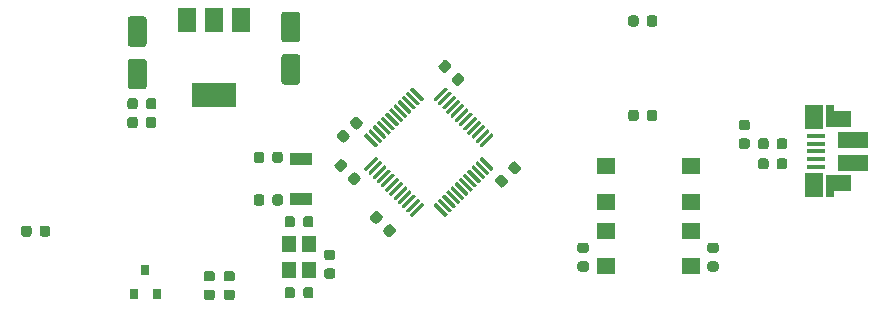
<source format=gbr>
%TF.GenerationSoftware,KiCad,Pcbnew,(5.1.6)-1*%
%TF.CreationDate,2021-01-27T20:14:57-06:00*%
%TF.ProjectId,nix-pill-v1,6e69782d-7069-46c6-9c2d-76312e6b6963,rev?*%
%TF.SameCoordinates,Original*%
%TF.FileFunction,Paste,Top*%
%TF.FilePolarity,Positive*%
%FSLAX46Y46*%
G04 Gerber Fmt 4.6, Leading zero omitted, Abs format (unit mm)*
G04 Created by KiCad (PCBNEW (5.1.6)-1) date 2021-01-27 20:14:57*
%MOMM*%
%LPD*%
G01*
G04 APERTURE LIST*
%ADD10R,0.800000X0.900000*%
%ADD11R,2.000000X1.350000*%
%ADD12R,0.700000X1.825000*%
%ADD13R,1.500000X2.000000*%
%ADD14R,1.650000X0.400000*%
%ADD15R,2.500000X1.430000*%
%ADD16R,1.600000X1.400000*%
%ADD17R,3.800000X2.000000*%
%ADD18R,1.900000X1.100000*%
%ADD19R,1.200000X1.400000*%
G04 APERTURE END LIST*
%TO.C,C1*%
G36*
G01*
X105425000Y-123943750D02*
X105425000Y-124456250D01*
G75*
G02*
X105206250Y-124675000I-218750J0D01*
G01*
X104768750Y-124675000D01*
G75*
G02*
X104550000Y-124456250I0J218750D01*
G01*
X104550000Y-123943750D01*
G75*
G02*
X104768750Y-123725000I218750J0D01*
G01*
X105206250Y-123725000D01*
G75*
G02*
X105425000Y-123943750I0J-218750D01*
G01*
G37*
G36*
G01*
X103850000Y-123943750D02*
X103850000Y-124456250D01*
G75*
G02*
X103631250Y-124675000I-218750J0D01*
G01*
X103193750Y-124675000D01*
G75*
G02*
X102975000Y-124456250I0J218750D01*
G01*
X102975000Y-123943750D01*
G75*
G02*
X103193750Y-123725000I218750J0D01*
G01*
X103631250Y-123725000D01*
G75*
G02*
X103850000Y-123943750I0J-218750D01*
G01*
G37*
%TD*%
%TO.C,C2*%
G36*
G01*
X125125000Y-117693750D02*
X125125000Y-118206250D01*
G75*
G02*
X124906250Y-118425000I-218750J0D01*
G01*
X124468750Y-118425000D01*
G75*
G02*
X124250000Y-118206250I0J218750D01*
G01*
X124250000Y-117693750D01*
G75*
G02*
X124468750Y-117475000I218750J0D01*
G01*
X124906250Y-117475000D01*
G75*
G02*
X125125000Y-117693750I0J-218750D01*
G01*
G37*
G36*
G01*
X123550000Y-117693750D02*
X123550000Y-118206250D01*
G75*
G02*
X123331250Y-118425000I-218750J0D01*
G01*
X122893750Y-118425000D01*
G75*
G02*
X122675000Y-118206250I0J218750D01*
G01*
X122675000Y-117693750D01*
G75*
G02*
X122893750Y-117475000I218750J0D01*
G01*
X123331250Y-117475000D01*
G75*
G02*
X123550000Y-117693750I0J-218750D01*
G01*
G37*
%TD*%
%TO.C,C3*%
G36*
G01*
X126850000Y-123656250D02*
X126850000Y-123143750D01*
G75*
G02*
X127068750Y-122925000I218750J0D01*
G01*
X127506250Y-122925000D01*
G75*
G02*
X127725000Y-123143750I0J-218750D01*
G01*
X127725000Y-123656250D01*
G75*
G02*
X127506250Y-123875000I-218750J0D01*
G01*
X127068750Y-123875000D01*
G75*
G02*
X126850000Y-123656250I0J218750D01*
G01*
G37*
G36*
G01*
X125275000Y-123656250D02*
X125275000Y-123143750D01*
G75*
G02*
X125493750Y-122925000I218750J0D01*
G01*
X125931250Y-122925000D01*
G75*
G02*
X126150000Y-123143750I0J-218750D01*
G01*
X126150000Y-123656250D01*
G75*
G02*
X125931250Y-123875000I-218750J0D01*
G01*
X125493750Y-123875000D01*
G75*
G02*
X125275000Y-123656250I0J218750D01*
G01*
G37*
%TD*%
%TO.C,C4*%
G36*
G01*
X161806250Y-126050000D02*
X161293750Y-126050000D01*
G75*
G02*
X161075000Y-125831250I0J218750D01*
G01*
X161075000Y-125393750D01*
G75*
G02*
X161293750Y-125175000I218750J0D01*
G01*
X161806250Y-125175000D01*
G75*
G02*
X162025000Y-125393750I0J-218750D01*
G01*
X162025000Y-125831250D01*
G75*
G02*
X161806250Y-126050000I-218750J0D01*
G01*
G37*
G36*
G01*
X161806250Y-127625000D02*
X161293750Y-127625000D01*
G75*
G02*
X161075000Y-127406250I0J218750D01*
G01*
X161075000Y-126968750D01*
G75*
G02*
X161293750Y-126750000I218750J0D01*
G01*
X161806250Y-126750000D01*
G75*
G02*
X162025000Y-126968750I0J-218750D01*
G01*
X162025000Y-127406250D01*
G75*
G02*
X161806250Y-127625000I-218750J0D01*
G01*
G37*
%TD*%
%TO.C,C5*%
G36*
G01*
X125125000Y-121293750D02*
X125125000Y-121806250D01*
G75*
G02*
X124906250Y-122025000I-218750J0D01*
G01*
X124468750Y-122025000D01*
G75*
G02*
X124250000Y-121806250I0J218750D01*
G01*
X124250000Y-121293750D01*
G75*
G02*
X124468750Y-121075000I218750J0D01*
G01*
X124906250Y-121075000D01*
G75*
G02*
X125125000Y-121293750I0J-218750D01*
G01*
G37*
G36*
G01*
X123550000Y-121293750D02*
X123550000Y-121806250D01*
G75*
G02*
X123331250Y-122025000I-218750J0D01*
G01*
X122893750Y-122025000D01*
G75*
G02*
X122675000Y-121806250I0J218750D01*
G01*
X122675000Y-121293750D01*
G75*
G02*
X122893750Y-121075000I218750J0D01*
G01*
X123331250Y-121075000D01*
G75*
G02*
X123550000Y-121293750I0J-218750D01*
G01*
G37*
%TD*%
%TO.C,C6*%
G36*
G01*
X126150000Y-129143750D02*
X126150000Y-129656250D01*
G75*
G02*
X125931250Y-129875000I-218750J0D01*
G01*
X125493750Y-129875000D01*
G75*
G02*
X125275000Y-129656250I0J218750D01*
G01*
X125275000Y-129143750D01*
G75*
G02*
X125493750Y-128925000I218750J0D01*
G01*
X125931250Y-128925000D01*
G75*
G02*
X126150000Y-129143750I0J-218750D01*
G01*
G37*
G36*
G01*
X127725000Y-129143750D02*
X127725000Y-129656250D01*
G75*
G02*
X127506250Y-129875000I-218750J0D01*
G01*
X127068750Y-129875000D01*
G75*
G02*
X126850000Y-129656250I0J218750D01*
G01*
X126850000Y-129143750D01*
G75*
G02*
X127068750Y-128925000I218750J0D01*
G01*
X127506250Y-128925000D01*
G75*
G02*
X127725000Y-129143750I0J-218750D01*
G01*
G37*
%TD*%
%TO.C,C7*%
G36*
G01*
X112250000Y-106000000D02*
X113350000Y-106000000D01*
G75*
G02*
X113600000Y-106250000I0J-250000D01*
G01*
X113600000Y-108350000D01*
G75*
G02*
X113350000Y-108600000I-250000J0D01*
G01*
X112250000Y-108600000D01*
G75*
G02*
X112000000Y-108350000I0J250000D01*
G01*
X112000000Y-106250000D01*
G75*
G02*
X112250000Y-106000000I250000J0D01*
G01*
G37*
G36*
G01*
X112250000Y-109600000D02*
X113350000Y-109600000D01*
G75*
G02*
X113600000Y-109850000I0J-250000D01*
G01*
X113600000Y-111950000D01*
G75*
G02*
X113350000Y-112200000I-250000J0D01*
G01*
X112250000Y-112200000D01*
G75*
G02*
X112000000Y-111950000I0J250000D01*
G01*
X112000000Y-109850000D01*
G75*
G02*
X112250000Y-109600000I250000J0D01*
G01*
G37*
%TD*%
%TO.C,C8*%
G36*
G01*
X131647402Y-119885010D02*
X131285010Y-120247403D01*
G75*
G02*
X130975650Y-120247403I-154680J154680D01*
G01*
X130666291Y-119938044D01*
G75*
G02*
X130666291Y-119628684I154680J154680D01*
G01*
X131028684Y-119266291D01*
G75*
G02*
X131338044Y-119266291I154680J-154680D01*
G01*
X131647403Y-119575650D01*
G75*
G02*
X131647403Y-119885010I-154680J-154680D01*
G01*
G37*
G36*
G01*
X130533708Y-118771316D02*
X130171316Y-119133709D01*
G75*
G02*
X129861956Y-119133709I-154680J154680D01*
G01*
X129552597Y-118824350D01*
G75*
G02*
X129552597Y-118514990I154680J154680D01*
G01*
X129914990Y-118152597D01*
G75*
G02*
X130224350Y-118152597I154680J-154680D01*
G01*
X130533709Y-118461956D01*
G75*
G02*
X130533709Y-118771316I-154680J-154680D01*
G01*
G37*
%TD*%
%TO.C,C9*%
G36*
G01*
X126350000Y-108200000D02*
X125250000Y-108200000D01*
G75*
G02*
X125000000Y-107950000I0J250000D01*
G01*
X125000000Y-105850000D01*
G75*
G02*
X125250000Y-105600000I250000J0D01*
G01*
X126350000Y-105600000D01*
G75*
G02*
X126600000Y-105850000I0J-250000D01*
G01*
X126600000Y-107950000D01*
G75*
G02*
X126350000Y-108200000I-250000J0D01*
G01*
G37*
G36*
G01*
X126350000Y-111800000D02*
X125250000Y-111800000D01*
G75*
G02*
X125000000Y-111550000I0J250000D01*
G01*
X125000000Y-109450000D01*
G75*
G02*
X125250000Y-109200000I250000J0D01*
G01*
X126350000Y-109200000D01*
G75*
G02*
X126600000Y-109450000I0J-250000D01*
G01*
X126600000Y-111550000D01*
G75*
G02*
X126350000Y-111800000I-250000J0D01*
G01*
G37*
%TD*%
%TO.C,C10*%
G36*
G01*
X131228684Y-115533708D02*
X130866291Y-115171316D01*
G75*
G02*
X130866291Y-114861956I154680J154680D01*
G01*
X131175650Y-114552597D01*
G75*
G02*
X131485010Y-114552597I154680J-154680D01*
G01*
X131847403Y-114914990D01*
G75*
G02*
X131847403Y-115224350I-154680J-154680D01*
G01*
X131538044Y-115533709D01*
G75*
G02*
X131228684Y-115533709I-154680J154680D01*
G01*
G37*
G36*
G01*
X130114990Y-116647402D02*
X129752597Y-116285010D01*
G75*
G02*
X129752597Y-115975650I154680J154680D01*
G01*
X130061956Y-115666291D01*
G75*
G02*
X130371316Y-115666291I154680J-154680D01*
G01*
X130733709Y-116028684D01*
G75*
G02*
X130733709Y-116338044I-154680J-154680D01*
G01*
X130424350Y-116647403D01*
G75*
G02*
X130114990Y-116647403I-154680J154680D01*
G01*
G37*
%TD*%
%TO.C,C11*%
G36*
G01*
X134647402Y-124285010D02*
X134285010Y-124647403D01*
G75*
G02*
X133975650Y-124647403I-154680J154680D01*
G01*
X133666291Y-124338044D01*
G75*
G02*
X133666291Y-124028684I154680J154680D01*
G01*
X134028684Y-123666291D01*
G75*
G02*
X134338044Y-123666291I154680J-154680D01*
G01*
X134647403Y-123975650D01*
G75*
G02*
X134647403Y-124285010I-154680J-154680D01*
G01*
G37*
G36*
G01*
X133533708Y-123171316D02*
X133171316Y-123533709D01*
G75*
G02*
X132861956Y-123533709I-154680J154680D01*
G01*
X132552597Y-123224350D01*
G75*
G02*
X132552597Y-122914990I154680J154680D01*
G01*
X132914990Y-122552597D01*
G75*
G02*
X133224350Y-122552597I154680J-154680D01*
G01*
X133533709Y-122861956D01*
G75*
G02*
X133533709Y-123171316I-154680J-154680D01*
G01*
G37*
%TD*%
%TO.C,C12*%
G36*
G01*
X139466292Y-111228684D02*
X139828684Y-110866291D01*
G75*
G02*
X140138044Y-110866291I154680J-154680D01*
G01*
X140447403Y-111175650D01*
G75*
G02*
X140447403Y-111485010I-154680J-154680D01*
G01*
X140085010Y-111847403D01*
G75*
G02*
X139775650Y-111847403I-154680J154680D01*
G01*
X139466291Y-111538044D01*
G75*
G02*
X139466291Y-111228684I154680J154680D01*
G01*
G37*
G36*
G01*
X138352598Y-110114990D02*
X138714990Y-109752597D01*
G75*
G02*
X139024350Y-109752597I154680J-154680D01*
G01*
X139333709Y-110061956D01*
G75*
G02*
X139333709Y-110371316I-154680J-154680D01*
G01*
X138971316Y-110733709D01*
G75*
G02*
X138661956Y-110733709I-154680J154680D01*
G01*
X138352597Y-110424350D01*
G75*
G02*
X138352597Y-110114990I154680J154680D01*
G01*
G37*
%TD*%
%TO.C,C13*%
G36*
G01*
X144885010Y-118352598D02*
X145247403Y-118714990D01*
G75*
G02*
X145247403Y-119024350I-154680J-154680D01*
G01*
X144938044Y-119333709D01*
G75*
G02*
X144628684Y-119333709I-154680J154680D01*
G01*
X144266291Y-118971316D01*
G75*
G02*
X144266291Y-118661956I154680J154680D01*
G01*
X144575650Y-118352597D01*
G75*
G02*
X144885010Y-118352597I154680J-154680D01*
G01*
G37*
G36*
G01*
X143771316Y-119466292D02*
X144133709Y-119828684D01*
G75*
G02*
X144133709Y-120138044I-154680J-154680D01*
G01*
X143824350Y-120447403D01*
G75*
G02*
X143514990Y-120447403I-154680J154680D01*
G01*
X143152597Y-120085010D01*
G75*
G02*
X143152597Y-119775650I154680J154680D01*
G01*
X143461956Y-119466291D01*
G75*
G02*
X143771316Y-119466291I154680J-154680D01*
G01*
G37*
%TD*%
%TO.C,D1*%
G36*
G01*
X118643750Y-129150000D02*
X119156250Y-129150000D01*
G75*
G02*
X119375000Y-129368750I0J-218750D01*
G01*
X119375000Y-129806250D01*
G75*
G02*
X119156250Y-130025000I-218750J0D01*
G01*
X118643750Y-130025000D01*
G75*
G02*
X118425000Y-129806250I0J218750D01*
G01*
X118425000Y-129368750D01*
G75*
G02*
X118643750Y-129150000I218750J0D01*
G01*
G37*
G36*
G01*
X118643750Y-127575000D02*
X119156250Y-127575000D01*
G75*
G02*
X119375000Y-127793750I0J-218750D01*
G01*
X119375000Y-128231250D01*
G75*
G02*
X119156250Y-128450000I-218750J0D01*
G01*
X118643750Y-128450000D01*
G75*
G02*
X118425000Y-128231250I0J218750D01*
G01*
X118425000Y-127793750D01*
G75*
G02*
X118643750Y-127575000I218750J0D01*
G01*
G37*
%TD*%
%TO.C,D2*%
G36*
G01*
X111975000Y-115256250D02*
X111975000Y-114743750D01*
G75*
G02*
X112193750Y-114525000I218750J0D01*
G01*
X112631250Y-114525000D01*
G75*
G02*
X112850000Y-114743750I0J-218750D01*
G01*
X112850000Y-115256250D01*
G75*
G02*
X112631250Y-115475000I-218750J0D01*
G01*
X112193750Y-115475000D01*
G75*
G02*
X111975000Y-115256250I0J218750D01*
G01*
G37*
G36*
G01*
X113550000Y-115256250D02*
X113550000Y-114743750D01*
G75*
G02*
X113768750Y-114525000I218750J0D01*
G01*
X114206250Y-114525000D01*
G75*
G02*
X114425000Y-114743750I0J-218750D01*
G01*
X114425000Y-115256250D01*
G75*
G02*
X114206250Y-115475000I-218750J0D01*
G01*
X113768750Y-115475000D01*
G75*
G02*
X113550000Y-115256250I0J218750D01*
G01*
G37*
%TD*%
D10*
%TO.C,D3*%
X112550000Y-129500000D03*
X114450000Y-129500000D03*
X113500000Y-127500000D03*
%TD*%
D11*
%TO.C,J5*%
X172185000Y-114675000D03*
X172185000Y-120155000D03*
D12*
X171435000Y-120375000D03*
X171435000Y-114425000D03*
D13*
X170135000Y-120275000D03*
X170115000Y-114525000D03*
D14*
X170235000Y-118725000D03*
X170235000Y-118075000D03*
X170235000Y-117425000D03*
X170235000Y-116775000D03*
X170235000Y-116125000D03*
D15*
X173385000Y-118385000D03*
X173385000Y-116465000D03*
%TD*%
%TO.C,R1*%
G36*
G01*
X120343750Y-129150000D02*
X120856250Y-129150000D01*
G75*
G02*
X121075000Y-129368750I0J-218750D01*
G01*
X121075000Y-129806250D01*
G75*
G02*
X120856250Y-130025000I-218750J0D01*
G01*
X120343750Y-130025000D01*
G75*
G02*
X120125000Y-129806250I0J218750D01*
G01*
X120125000Y-129368750D01*
G75*
G02*
X120343750Y-129150000I218750J0D01*
G01*
G37*
G36*
G01*
X120343750Y-127575000D02*
X120856250Y-127575000D01*
G75*
G02*
X121075000Y-127793750I0J-218750D01*
G01*
X121075000Y-128231250D01*
G75*
G02*
X120856250Y-128450000I-218750J0D01*
G01*
X120343750Y-128450000D01*
G75*
G02*
X120125000Y-128231250I0J218750D01*
G01*
X120125000Y-127793750D01*
G75*
G02*
X120343750Y-127575000I218750J0D01*
G01*
G37*
%TD*%
%TO.C,R2*%
G36*
G01*
X111975000Y-113656250D02*
X111975000Y-113143750D01*
G75*
G02*
X112193750Y-112925000I218750J0D01*
G01*
X112631250Y-112925000D01*
G75*
G02*
X112850000Y-113143750I0J-218750D01*
G01*
X112850000Y-113656250D01*
G75*
G02*
X112631250Y-113875000I-218750J0D01*
G01*
X112193750Y-113875000D01*
G75*
G02*
X111975000Y-113656250I0J218750D01*
G01*
G37*
G36*
G01*
X113550000Y-113656250D02*
X113550000Y-113143750D01*
G75*
G02*
X113768750Y-112925000I218750J0D01*
G01*
X114206250Y-112925000D01*
G75*
G02*
X114425000Y-113143750I0J-218750D01*
G01*
X114425000Y-113656250D01*
G75*
G02*
X114206250Y-113875000I-218750J0D01*
G01*
X113768750Y-113875000D01*
G75*
G02*
X113550000Y-113656250I0J218750D01*
G01*
G37*
%TD*%
%TO.C,R3*%
G36*
G01*
X154375000Y-106656250D02*
X154375000Y-106143750D01*
G75*
G02*
X154593750Y-105925000I218750J0D01*
G01*
X155031250Y-105925000D01*
G75*
G02*
X155250000Y-106143750I0J-218750D01*
G01*
X155250000Y-106656250D01*
G75*
G02*
X155031250Y-106875000I-218750J0D01*
G01*
X154593750Y-106875000D01*
G75*
G02*
X154375000Y-106656250I0J218750D01*
G01*
G37*
G36*
G01*
X155950000Y-106656250D02*
X155950000Y-106143750D01*
G75*
G02*
X156168750Y-105925000I218750J0D01*
G01*
X156606250Y-105925000D01*
G75*
G02*
X156825000Y-106143750I0J-218750D01*
G01*
X156825000Y-106656250D01*
G75*
G02*
X156606250Y-106875000I-218750J0D01*
G01*
X156168750Y-106875000D01*
G75*
G02*
X155950000Y-106656250I0J218750D01*
G01*
G37*
%TD*%
%TO.C,R4*%
G36*
G01*
X155250000Y-114143750D02*
X155250000Y-114656250D01*
G75*
G02*
X155031250Y-114875000I-218750J0D01*
G01*
X154593750Y-114875000D01*
G75*
G02*
X154375000Y-114656250I0J218750D01*
G01*
X154375000Y-114143750D01*
G75*
G02*
X154593750Y-113925000I218750J0D01*
G01*
X155031250Y-113925000D01*
G75*
G02*
X155250000Y-114143750I0J-218750D01*
G01*
G37*
G36*
G01*
X156825000Y-114143750D02*
X156825000Y-114656250D01*
G75*
G02*
X156606250Y-114875000I-218750J0D01*
G01*
X156168750Y-114875000D01*
G75*
G02*
X155950000Y-114656250I0J218750D01*
G01*
X155950000Y-114143750D01*
G75*
G02*
X156168750Y-113925000I218750J0D01*
G01*
X156606250Y-113925000D01*
G75*
G02*
X156825000Y-114143750I0J-218750D01*
G01*
G37*
%TD*%
%TO.C,R5*%
G36*
G01*
X150293750Y-126750000D02*
X150806250Y-126750000D01*
G75*
G02*
X151025000Y-126968750I0J-218750D01*
G01*
X151025000Y-127406250D01*
G75*
G02*
X150806250Y-127625000I-218750J0D01*
G01*
X150293750Y-127625000D01*
G75*
G02*
X150075000Y-127406250I0J218750D01*
G01*
X150075000Y-126968750D01*
G75*
G02*
X150293750Y-126750000I218750J0D01*
G01*
G37*
G36*
G01*
X150293750Y-125175000D02*
X150806250Y-125175000D01*
G75*
G02*
X151025000Y-125393750I0J-218750D01*
G01*
X151025000Y-125831250D01*
G75*
G02*
X150806250Y-126050000I-218750J0D01*
G01*
X150293750Y-126050000D01*
G75*
G02*
X150075000Y-125831250I0J218750D01*
G01*
X150075000Y-125393750D01*
G75*
G02*
X150293750Y-125175000I218750J0D01*
G01*
G37*
%TD*%
%TO.C,R6*%
G36*
G01*
X166950000Y-117056250D02*
X166950000Y-116543750D01*
G75*
G02*
X167168750Y-116325000I218750J0D01*
G01*
X167606250Y-116325000D01*
G75*
G02*
X167825000Y-116543750I0J-218750D01*
G01*
X167825000Y-117056250D01*
G75*
G02*
X167606250Y-117275000I-218750J0D01*
G01*
X167168750Y-117275000D01*
G75*
G02*
X166950000Y-117056250I0J218750D01*
G01*
G37*
G36*
G01*
X165375000Y-117056250D02*
X165375000Y-116543750D01*
G75*
G02*
X165593750Y-116325000I218750J0D01*
G01*
X166031250Y-116325000D01*
G75*
G02*
X166250000Y-116543750I0J-218750D01*
G01*
X166250000Y-117056250D01*
G75*
G02*
X166031250Y-117275000I-218750J0D01*
G01*
X165593750Y-117275000D01*
G75*
G02*
X165375000Y-117056250I0J218750D01*
G01*
G37*
%TD*%
%TO.C,R7*%
G36*
G01*
X165375000Y-118756250D02*
X165375000Y-118243750D01*
G75*
G02*
X165593750Y-118025000I218750J0D01*
G01*
X166031250Y-118025000D01*
G75*
G02*
X166250000Y-118243750I0J-218750D01*
G01*
X166250000Y-118756250D01*
G75*
G02*
X166031250Y-118975000I-218750J0D01*
G01*
X165593750Y-118975000D01*
G75*
G02*
X165375000Y-118756250I0J218750D01*
G01*
G37*
G36*
G01*
X166950000Y-118756250D02*
X166950000Y-118243750D01*
G75*
G02*
X167168750Y-118025000I218750J0D01*
G01*
X167606250Y-118025000D01*
G75*
G02*
X167825000Y-118243750I0J-218750D01*
G01*
X167825000Y-118756250D01*
G75*
G02*
X167606250Y-118975000I-218750J0D01*
G01*
X167168750Y-118975000D01*
G75*
G02*
X166950000Y-118756250I0J218750D01*
G01*
G37*
%TD*%
%TO.C,R8*%
G36*
G01*
X163943750Y-114775000D02*
X164456250Y-114775000D01*
G75*
G02*
X164675000Y-114993750I0J-218750D01*
G01*
X164675000Y-115431250D01*
G75*
G02*
X164456250Y-115650000I-218750J0D01*
G01*
X163943750Y-115650000D01*
G75*
G02*
X163725000Y-115431250I0J218750D01*
G01*
X163725000Y-114993750D01*
G75*
G02*
X163943750Y-114775000I218750J0D01*
G01*
G37*
G36*
G01*
X163943750Y-116350000D02*
X164456250Y-116350000D01*
G75*
G02*
X164675000Y-116568750I0J-218750D01*
G01*
X164675000Y-117006250D01*
G75*
G02*
X164456250Y-117225000I-218750J0D01*
G01*
X163943750Y-117225000D01*
G75*
G02*
X163725000Y-117006250I0J218750D01*
G01*
X163725000Y-116568750D01*
G75*
G02*
X163943750Y-116350000I218750J0D01*
G01*
G37*
%TD*%
%TO.C,R9*%
G36*
G01*
X128843750Y-125775000D02*
X129356250Y-125775000D01*
G75*
G02*
X129575000Y-125993750I0J-218750D01*
G01*
X129575000Y-126431250D01*
G75*
G02*
X129356250Y-126650000I-218750J0D01*
G01*
X128843750Y-126650000D01*
G75*
G02*
X128625000Y-126431250I0J218750D01*
G01*
X128625000Y-125993750D01*
G75*
G02*
X128843750Y-125775000I218750J0D01*
G01*
G37*
G36*
G01*
X128843750Y-127350000D02*
X129356250Y-127350000D01*
G75*
G02*
X129575000Y-127568750I0J-218750D01*
G01*
X129575000Y-128006250D01*
G75*
G02*
X129356250Y-128225000I-218750J0D01*
G01*
X128843750Y-128225000D01*
G75*
G02*
X128625000Y-128006250I0J218750D01*
G01*
X128625000Y-127568750D01*
G75*
G02*
X128843750Y-127350000I218750J0D01*
G01*
G37*
%TD*%
D16*
%TO.C,SW1*%
X159650000Y-118700000D03*
X152450000Y-118700000D03*
X159650000Y-121700000D03*
X152450000Y-121700000D03*
%TD*%
%TO.C,SW2*%
X152450000Y-127150000D03*
X159650000Y-127150000D03*
X152450000Y-124150000D03*
X159650000Y-124150000D03*
%TD*%
D17*
%TO.C,U1*%
X119300000Y-112650000D03*
D13*
X119300000Y-106350000D03*
X117000000Y-106350000D03*
X121600000Y-106350000D03*
%TD*%
%TO.C,U2*%
G36*
G01*
X132143666Y-119073312D02*
X132037600Y-118967246D01*
G75*
G02*
X132037600Y-118861180I53033J53033D01*
G01*
X132974516Y-117924264D01*
G75*
G02*
X133080582Y-117924264I53033J-53033D01*
G01*
X133186648Y-118030330D01*
G75*
G02*
X133186648Y-118136396I-53033J-53033D01*
G01*
X132249732Y-119073312D01*
G75*
G02*
X132143666Y-119073312I-53033J53033D01*
G01*
G37*
G36*
G01*
X132497220Y-119426866D02*
X132391154Y-119320800D01*
G75*
G02*
X132391154Y-119214734I53033J53033D01*
G01*
X133328070Y-118277818D01*
G75*
G02*
X133434136Y-118277818I53033J-53033D01*
G01*
X133540202Y-118383884D01*
G75*
G02*
X133540202Y-118489950I-53033J-53033D01*
G01*
X132603286Y-119426866D01*
G75*
G02*
X132497220Y-119426866I-53033J53033D01*
G01*
G37*
G36*
G01*
X132850773Y-119780419D02*
X132744707Y-119674353D01*
G75*
G02*
X132744707Y-119568287I53033J53033D01*
G01*
X133681623Y-118631371D01*
G75*
G02*
X133787689Y-118631371I53033J-53033D01*
G01*
X133893755Y-118737437D01*
G75*
G02*
X133893755Y-118843503I-53033J-53033D01*
G01*
X132956839Y-119780419D01*
G75*
G02*
X132850773Y-119780419I-53033J53033D01*
G01*
G37*
G36*
G01*
X133204327Y-120133973D02*
X133098261Y-120027907D01*
G75*
G02*
X133098261Y-119921841I53033J53033D01*
G01*
X134035177Y-118984925D01*
G75*
G02*
X134141243Y-118984925I53033J-53033D01*
G01*
X134247309Y-119090991D01*
G75*
G02*
X134247309Y-119197057I-53033J-53033D01*
G01*
X133310393Y-120133973D01*
G75*
G02*
X133204327Y-120133973I-53033J53033D01*
G01*
G37*
G36*
G01*
X133557880Y-120487526D02*
X133451814Y-120381460D01*
G75*
G02*
X133451814Y-120275394I53033J53033D01*
G01*
X134388730Y-119338478D01*
G75*
G02*
X134494796Y-119338478I53033J-53033D01*
G01*
X134600862Y-119444544D01*
G75*
G02*
X134600862Y-119550610I-53033J-53033D01*
G01*
X133663946Y-120487526D01*
G75*
G02*
X133557880Y-120487526I-53033J53033D01*
G01*
G37*
G36*
G01*
X133911433Y-120841079D02*
X133805367Y-120735013D01*
G75*
G02*
X133805367Y-120628947I53033J53033D01*
G01*
X134742283Y-119692031D01*
G75*
G02*
X134848349Y-119692031I53033J-53033D01*
G01*
X134954415Y-119798097D01*
G75*
G02*
X134954415Y-119904163I-53033J-53033D01*
G01*
X134017499Y-120841079D01*
G75*
G02*
X133911433Y-120841079I-53033J53033D01*
G01*
G37*
G36*
G01*
X134264987Y-121194633D02*
X134158921Y-121088567D01*
G75*
G02*
X134158921Y-120982501I53033J53033D01*
G01*
X135095837Y-120045585D01*
G75*
G02*
X135201903Y-120045585I53033J-53033D01*
G01*
X135307969Y-120151651D01*
G75*
G02*
X135307969Y-120257717I-53033J-53033D01*
G01*
X134371053Y-121194633D01*
G75*
G02*
X134264987Y-121194633I-53033J53033D01*
G01*
G37*
G36*
G01*
X134618540Y-121548186D02*
X134512474Y-121442120D01*
G75*
G02*
X134512474Y-121336054I53033J53033D01*
G01*
X135449390Y-120399138D01*
G75*
G02*
X135555456Y-120399138I53033J-53033D01*
G01*
X135661522Y-120505204D01*
G75*
G02*
X135661522Y-120611270I-53033J-53033D01*
G01*
X134724606Y-121548186D01*
G75*
G02*
X134618540Y-121548186I-53033J53033D01*
G01*
G37*
G36*
G01*
X134972093Y-121901739D02*
X134866027Y-121795673D01*
G75*
G02*
X134866027Y-121689607I53033J53033D01*
G01*
X135802943Y-120752691D01*
G75*
G02*
X135909009Y-120752691I53033J-53033D01*
G01*
X136015075Y-120858757D01*
G75*
G02*
X136015075Y-120964823I-53033J-53033D01*
G01*
X135078159Y-121901739D01*
G75*
G02*
X134972093Y-121901739I-53033J53033D01*
G01*
G37*
G36*
G01*
X135325647Y-122255293D02*
X135219581Y-122149227D01*
G75*
G02*
X135219581Y-122043161I53033J53033D01*
G01*
X136156497Y-121106245D01*
G75*
G02*
X136262563Y-121106245I53033J-53033D01*
G01*
X136368629Y-121212311D01*
G75*
G02*
X136368629Y-121318377I-53033J-53033D01*
G01*
X135431713Y-122255293D01*
G75*
G02*
X135325647Y-122255293I-53033J53033D01*
G01*
G37*
G36*
G01*
X135679200Y-122608846D02*
X135573134Y-122502780D01*
G75*
G02*
X135573134Y-122396714I53033J53033D01*
G01*
X136510050Y-121459798D01*
G75*
G02*
X136616116Y-121459798I53033J-53033D01*
G01*
X136722182Y-121565864D01*
G75*
G02*
X136722182Y-121671930I-53033J-53033D01*
G01*
X135785266Y-122608846D01*
G75*
G02*
X135679200Y-122608846I-53033J53033D01*
G01*
G37*
G36*
G01*
X136032754Y-122962400D02*
X135926688Y-122856334D01*
G75*
G02*
X135926688Y-122750268I53033J53033D01*
G01*
X136863604Y-121813352D01*
G75*
G02*
X136969670Y-121813352I53033J-53033D01*
G01*
X137075736Y-121919418D01*
G75*
G02*
X137075736Y-122025484I-53033J-53033D01*
G01*
X136138820Y-122962400D01*
G75*
G02*
X136032754Y-122962400I-53033J53033D01*
G01*
G37*
G36*
G01*
X138861180Y-122962400D02*
X137924264Y-122025484D01*
G75*
G02*
X137924264Y-121919418I53033J53033D01*
G01*
X138030330Y-121813352D01*
G75*
G02*
X138136396Y-121813352I53033J-53033D01*
G01*
X139073312Y-122750268D01*
G75*
G02*
X139073312Y-122856334I-53033J-53033D01*
G01*
X138967246Y-122962400D01*
G75*
G02*
X138861180Y-122962400I-53033J53033D01*
G01*
G37*
G36*
G01*
X139214734Y-122608846D02*
X138277818Y-121671930D01*
G75*
G02*
X138277818Y-121565864I53033J53033D01*
G01*
X138383884Y-121459798D01*
G75*
G02*
X138489950Y-121459798I53033J-53033D01*
G01*
X139426866Y-122396714D01*
G75*
G02*
X139426866Y-122502780I-53033J-53033D01*
G01*
X139320800Y-122608846D01*
G75*
G02*
X139214734Y-122608846I-53033J53033D01*
G01*
G37*
G36*
G01*
X139568287Y-122255293D02*
X138631371Y-121318377D01*
G75*
G02*
X138631371Y-121212311I53033J53033D01*
G01*
X138737437Y-121106245D01*
G75*
G02*
X138843503Y-121106245I53033J-53033D01*
G01*
X139780419Y-122043161D01*
G75*
G02*
X139780419Y-122149227I-53033J-53033D01*
G01*
X139674353Y-122255293D01*
G75*
G02*
X139568287Y-122255293I-53033J53033D01*
G01*
G37*
G36*
G01*
X139921841Y-121901739D02*
X138984925Y-120964823D01*
G75*
G02*
X138984925Y-120858757I53033J53033D01*
G01*
X139090991Y-120752691D01*
G75*
G02*
X139197057Y-120752691I53033J-53033D01*
G01*
X140133973Y-121689607D01*
G75*
G02*
X140133973Y-121795673I-53033J-53033D01*
G01*
X140027907Y-121901739D01*
G75*
G02*
X139921841Y-121901739I-53033J53033D01*
G01*
G37*
G36*
G01*
X140275394Y-121548186D02*
X139338478Y-120611270D01*
G75*
G02*
X139338478Y-120505204I53033J53033D01*
G01*
X139444544Y-120399138D01*
G75*
G02*
X139550610Y-120399138I53033J-53033D01*
G01*
X140487526Y-121336054D01*
G75*
G02*
X140487526Y-121442120I-53033J-53033D01*
G01*
X140381460Y-121548186D01*
G75*
G02*
X140275394Y-121548186I-53033J53033D01*
G01*
G37*
G36*
G01*
X140628947Y-121194633D02*
X139692031Y-120257717D01*
G75*
G02*
X139692031Y-120151651I53033J53033D01*
G01*
X139798097Y-120045585D01*
G75*
G02*
X139904163Y-120045585I53033J-53033D01*
G01*
X140841079Y-120982501D01*
G75*
G02*
X140841079Y-121088567I-53033J-53033D01*
G01*
X140735013Y-121194633D01*
G75*
G02*
X140628947Y-121194633I-53033J53033D01*
G01*
G37*
G36*
G01*
X140982501Y-120841079D02*
X140045585Y-119904163D01*
G75*
G02*
X140045585Y-119798097I53033J53033D01*
G01*
X140151651Y-119692031D01*
G75*
G02*
X140257717Y-119692031I53033J-53033D01*
G01*
X141194633Y-120628947D01*
G75*
G02*
X141194633Y-120735013I-53033J-53033D01*
G01*
X141088567Y-120841079D01*
G75*
G02*
X140982501Y-120841079I-53033J53033D01*
G01*
G37*
G36*
G01*
X141336054Y-120487526D02*
X140399138Y-119550610D01*
G75*
G02*
X140399138Y-119444544I53033J53033D01*
G01*
X140505204Y-119338478D01*
G75*
G02*
X140611270Y-119338478I53033J-53033D01*
G01*
X141548186Y-120275394D01*
G75*
G02*
X141548186Y-120381460I-53033J-53033D01*
G01*
X141442120Y-120487526D01*
G75*
G02*
X141336054Y-120487526I-53033J53033D01*
G01*
G37*
G36*
G01*
X141689607Y-120133973D02*
X140752691Y-119197057D01*
G75*
G02*
X140752691Y-119090991I53033J53033D01*
G01*
X140858757Y-118984925D01*
G75*
G02*
X140964823Y-118984925I53033J-53033D01*
G01*
X141901739Y-119921841D01*
G75*
G02*
X141901739Y-120027907I-53033J-53033D01*
G01*
X141795673Y-120133973D01*
G75*
G02*
X141689607Y-120133973I-53033J53033D01*
G01*
G37*
G36*
G01*
X142043161Y-119780419D02*
X141106245Y-118843503D01*
G75*
G02*
X141106245Y-118737437I53033J53033D01*
G01*
X141212311Y-118631371D01*
G75*
G02*
X141318377Y-118631371I53033J-53033D01*
G01*
X142255293Y-119568287D01*
G75*
G02*
X142255293Y-119674353I-53033J-53033D01*
G01*
X142149227Y-119780419D01*
G75*
G02*
X142043161Y-119780419I-53033J53033D01*
G01*
G37*
G36*
G01*
X142396714Y-119426866D02*
X141459798Y-118489950D01*
G75*
G02*
X141459798Y-118383884I53033J53033D01*
G01*
X141565864Y-118277818D01*
G75*
G02*
X141671930Y-118277818I53033J-53033D01*
G01*
X142608846Y-119214734D01*
G75*
G02*
X142608846Y-119320800I-53033J-53033D01*
G01*
X142502780Y-119426866D01*
G75*
G02*
X142396714Y-119426866I-53033J53033D01*
G01*
G37*
G36*
G01*
X142750268Y-119073312D02*
X141813352Y-118136396D01*
G75*
G02*
X141813352Y-118030330I53033J53033D01*
G01*
X141919418Y-117924264D01*
G75*
G02*
X142025484Y-117924264I53033J-53033D01*
G01*
X142962400Y-118861180D01*
G75*
G02*
X142962400Y-118967246I-53033J-53033D01*
G01*
X142856334Y-119073312D01*
G75*
G02*
X142750268Y-119073312I-53033J53033D01*
G01*
G37*
G36*
G01*
X141919418Y-117075736D02*
X141813352Y-116969670D01*
G75*
G02*
X141813352Y-116863604I53033J53033D01*
G01*
X142750268Y-115926688D01*
G75*
G02*
X142856334Y-115926688I53033J-53033D01*
G01*
X142962400Y-116032754D01*
G75*
G02*
X142962400Y-116138820I-53033J-53033D01*
G01*
X142025484Y-117075736D01*
G75*
G02*
X141919418Y-117075736I-53033J53033D01*
G01*
G37*
G36*
G01*
X141565864Y-116722182D02*
X141459798Y-116616116D01*
G75*
G02*
X141459798Y-116510050I53033J53033D01*
G01*
X142396714Y-115573134D01*
G75*
G02*
X142502780Y-115573134I53033J-53033D01*
G01*
X142608846Y-115679200D01*
G75*
G02*
X142608846Y-115785266I-53033J-53033D01*
G01*
X141671930Y-116722182D01*
G75*
G02*
X141565864Y-116722182I-53033J53033D01*
G01*
G37*
G36*
G01*
X141212311Y-116368629D02*
X141106245Y-116262563D01*
G75*
G02*
X141106245Y-116156497I53033J53033D01*
G01*
X142043161Y-115219581D01*
G75*
G02*
X142149227Y-115219581I53033J-53033D01*
G01*
X142255293Y-115325647D01*
G75*
G02*
X142255293Y-115431713I-53033J-53033D01*
G01*
X141318377Y-116368629D01*
G75*
G02*
X141212311Y-116368629I-53033J53033D01*
G01*
G37*
G36*
G01*
X140858757Y-116015075D02*
X140752691Y-115909009D01*
G75*
G02*
X140752691Y-115802943I53033J53033D01*
G01*
X141689607Y-114866027D01*
G75*
G02*
X141795673Y-114866027I53033J-53033D01*
G01*
X141901739Y-114972093D01*
G75*
G02*
X141901739Y-115078159I-53033J-53033D01*
G01*
X140964823Y-116015075D01*
G75*
G02*
X140858757Y-116015075I-53033J53033D01*
G01*
G37*
G36*
G01*
X140505204Y-115661522D02*
X140399138Y-115555456D01*
G75*
G02*
X140399138Y-115449390I53033J53033D01*
G01*
X141336054Y-114512474D01*
G75*
G02*
X141442120Y-114512474I53033J-53033D01*
G01*
X141548186Y-114618540D01*
G75*
G02*
X141548186Y-114724606I-53033J-53033D01*
G01*
X140611270Y-115661522D01*
G75*
G02*
X140505204Y-115661522I-53033J53033D01*
G01*
G37*
G36*
G01*
X140151651Y-115307969D02*
X140045585Y-115201903D01*
G75*
G02*
X140045585Y-115095837I53033J53033D01*
G01*
X140982501Y-114158921D01*
G75*
G02*
X141088567Y-114158921I53033J-53033D01*
G01*
X141194633Y-114264987D01*
G75*
G02*
X141194633Y-114371053I-53033J-53033D01*
G01*
X140257717Y-115307969D01*
G75*
G02*
X140151651Y-115307969I-53033J53033D01*
G01*
G37*
G36*
G01*
X139798097Y-114954415D02*
X139692031Y-114848349D01*
G75*
G02*
X139692031Y-114742283I53033J53033D01*
G01*
X140628947Y-113805367D01*
G75*
G02*
X140735013Y-113805367I53033J-53033D01*
G01*
X140841079Y-113911433D01*
G75*
G02*
X140841079Y-114017499I-53033J-53033D01*
G01*
X139904163Y-114954415D01*
G75*
G02*
X139798097Y-114954415I-53033J53033D01*
G01*
G37*
G36*
G01*
X139444544Y-114600862D02*
X139338478Y-114494796D01*
G75*
G02*
X139338478Y-114388730I53033J53033D01*
G01*
X140275394Y-113451814D01*
G75*
G02*
X140381460Y-113451814I53033J-53033D01*
G01*
X140487526Y-113557880D01*
G75*
G02*
X140487526Y-113663946I-53033J-53033D01*
G01*
X139550610Y-114600862D01*
G75*
G02*
X139444544Y-114600862I-53033J53033D01*
G01*
G37*
G36*
G01*
X139090991Y-114247309D02*
X138984925Y-114141243D01*
G75*
G02*
X138984925Y-114035177I53033J53033D01*
G01*
X139921841Y-113098261D01*
G75*
G02*
X140027907Y-113098261I53033J-53033D01*
G01*
X140133973Y-113204327D01*
G75*
G02*
X140133973Y-113310393I-53033J-53033D01*
G01*
X139197057Y-114247309D01*
G75*
G02*
X139090991Y-114247309I-53033J53033D01*
G01*
G37*
G36*
G01*
X138737437Y-113893755D02*
X138631371Y-113787689D01*
G75*
G02*
X138631371Y-113681623I53033J53033D01*
G01*
X139568287Y-112744707D01*
G75*
G02*
X139674353Y-112744707I53033J-53033D01*
G01*
X139780419Y-112850773D01*
G75*
G02*
X139780419Y-112956839I-53033J-53033D01*
G01*
X138843503Y-113893755D01*
G75*
G02*
X138737437Y-113893755I-53033J53033D01*
G01*
G37*
G36*
G01*
X138383884Y-113540202D02*
X138277818Y-113434136D01*
G75*
G02*
X138277818Y-113328070I53033J53033D01*
G01*
X139214734Y-112391154D01*
G75*
G02*
X139320800Y-112391154I53033J-53033D01*
G01*
X139426866Y-112497220D01*
G75*
G02*
X139426866Y-112603286I-53033J-53033D01*
G01*
X138489950Y-113540202D01*
G75*
G02*
X138383884Y-113540202I-53033J53033D01*
G01*
G37*
G36*
G01*
X138030330Y-113186648D02*
X137924264Y-113080582D01*
G75*
G02*
X137924264Y-112974516I53033J53033D01*
G01*
X138861180Y-112037600D01*
G75*
G02*
X138967246Y-112037600I53033J-53033D01*
G01*
X139073312Y-112143666D01*
G75*
G02*
X139073312Y-112249732I-53033J-53033D01*
G01*
X138136396Y-113186648D01*
G75*
G02*
X138030330Y-113186648I-53033J53033D01*
G01*
G37*
G36*
G01*
X136863604Y-113186648D02*
X135926688Y-112249732D01*
G75*
G02*
X135926688Y-112143666I53033J53033D01*
G01*
X136032754Y-112037600D01*
G75*
G02*
X136138820Y-112037600I53033J-53033D01*
G01*
X137075736Y-112974516D01*
G75*
G02*
X137075736Y-113080582I-53033J-53033D01*
G01*
X136969670Y-113186648D01*
G75*
G02*
X136863604Y-113186648I-53033J53033D01*
G01*
G37*
G36*
G01*
X136510050Y-113540202D02*
X135573134Y-112603286D01*
G75*
G02*
X135573134Y-112497220I53033J53033D01*
G01*
X135679200Y-112391154D01*
G75*
G02*
X135785266Y-112391154I53033J-53033D01*
G01*
X136722182Y-113328070D01*
G75*
G02*
X136722182Y-113434136I-53033J-53033D01*
G01*
X136616116Y-113540202D01*
G75*
G02*
X136510050Y-113540202I-53033J53033D01*
G01*
G37*
G36*
G01*
X136156497Y-113893755D02*
X135219581Y-112956839D01*
G75*
G02*
X135219581Y-112850773I53033J53033D01*
G01*
X135325647Y-112744707D01*
G75*
G02*
X135431713Y-112744707I53033J-53033D01*
G01*
X136368629Y-113681623D01*
G75*
G02*
X136368629Y-113787689I-53033J-53033D01*
G01*
X136262563Y-113893755D01*
G75*
G02*
X136156497Y-113893755I-53033J53033D01*
G01*
G37*
G36*
G01*
X135802943Y-114247309D02*
X134866027Y-113310393D01*
G75*
G02*
X134866027Y-113204327I53033J53033D01*
G01*
X134972093Y-113098261D01*
G75*
G02*
X135078159Y-113098261I53033J-53033D01*
G01*
X136015075Y-114035177D01*
G75*
G02*
X136015075Y-114141243I-53033J-53033D01*
G01*
X135909009Y-114247309D01*
G75*
G02*
X135802943Y-114247309I-53033J53033D01*
G01*
G37*
G36*
G01*
X135449390Y-114600862D02*
X134512474Y-113663946D01*
G75*
G02*
X134512474Y-113557880I53033J53033D01*
G01*
X134618540Y-113451814D01*
G75*
G02*
X134724606Y-113451814I53033J-53033D01*
G01*
X135661522Y-114388730D01*
G75*
G02*
X135661522Y-114494796I-53033J-53033D01*
G01*
X135555456Y-114600862D01*
G75*
G02*
X135449390Y-114600862I-53033J53033D01*
G01*
G37*
G36*
G01*
X135095837Y-114954415D02*
X134158921Y-114017499D01*
G75*
G02*
X134158921Y-113911433I53033J53033D01*
G01*
X134264987Y-113805367D01*
G75*
G02*
X134371053Y-113805367I53033J-53033D01*
G01*
X135307969Y-114742283D01*
G75*
G02*
X135307969Y-114848349I-53033J-53033D01*
G01*
X135201903Y-114954415D01*
G75*
G02*
X135095837Y-114954415I-53033J53033D01*
G01*
G37*
G36*
G01*
X134742283Y-115307969D02*
X133805367Y-114371053D01*
G75*
G02*
X133805367Y-114264987I53033J53033D01*
G01*
X133911433Y-114158921D01*
G75*
G02*
X134017499Y-114158921I53033J-53033D01*
G01*
X134954415Y-115095837D01*
G75*
G02*
X134954415Y-115201903I-53033J-53033D01*
G01*
X134848349Y-115307969D01*
G75*
G02*
X134742283Y-115307969I-53033J53033D01*
G01*
G37*
G36*
G01*
X134388730Y-115661522D02*
X133451814Y-114724606D01*
G75*
G02*
X133451814Y-114618540I53033J53033D01*
G01*
X133557880Y-114512474D01*
G75*
G02*
X133663946Y-114512474I53033J-53033D01*
G01*
X134600862Y-115449390D01*
G75*
G02*
X134600862Y-115555456I-53033J-53033D01*
G01*
X134494796Y-115661522D01*
G75*
G02*
X134388730Y-115661522I-53033J53033D01*
G01*
G37*
G36*
G01*
X134035177Y-116015075D02*
X133098261Y-115078159D01*
G75*
G02*
X133098261Y-114972093I53033J53033D01*
G01*
X133204327Y-114866027D01*
G75*
G02*
X133310393Y-114866027I53033J-53033D01*
G01*
X134247309Y-115802943D01*
G75*
G02*
X134247309Y-115909009I-53033J-53033D01*
G01*
X134141243Y-116015075D01*
G75*
G02*
X134035177Y-116015075I-53033J53033D01*
G01*
G37*
G36*
G01*
X133681623Y-116368629D02*
X132744707Y-115431713D01*
G75*
G02*
X132744707Y-115325647I53033J53033D01*
G01*
X132850773Y-115219581D01*
G75*
G02*
X132956839Y-115219581I53033J-53033D01*
G01*
X133893755Y-116156497D01*
G75*
G02*
X133893755Y-116262563I-53033J-53033D01*
G01*
X133787689Y-116368629D01*
G75*
G02*
X133681623Y-116368629I-53033J53033D01*
G01*
G37*
G36*
G01*
X133328070Y-116722182D02*
X132391154Y-115785266D01*
G75*
G02*
X132391154Y-115679200I53033J53033D01*
G01*
X132497220Y-115573134D01*
G75*
G02*
X132603286Y-115573134I53033J-53033D01*
G01*
X133540202Y-116510050D01*
G75*
G02*
X133540202Y-116616116I-53033J-53033D01*
G01*
X133434136Y-116722182D01*
G75*
G02*
X133328070Y-116722182I-53033J53033D01*
G01*
G37*
G36*
G01*
X132974516Y-117075736D02*
X132037600Y-116138820D01*
G75*
G02*
X132037600Y-116032754I53033J53033D01*
G01*
X132143666Y-115926688D01*
G75*
G02*
X132249732Y-115926688I53033J-53033D01*
G01*
X133186648Y-116863604D01*
G75*
G02*
X133186648Y-116969670I-53033J-53033D01*
G01*
X133080582Y-117075736D01*
G75*
G02*
X132974516Y-117075736I-53033J53033D01*
G01*
G37*
%TD*%
D18*
%TO.C,Y1*%
X126700000Y-118050000D03*
X126700000Y-121450000D03*
%TD*%
D19*
%TO.C,Y2*%
X125650000Y-125300000D03*
X125650000Y-127500000D03*
X127350000Y-127500000D03*
X127350000Y-125300000D03*
%TD*%
M02*

</source>
